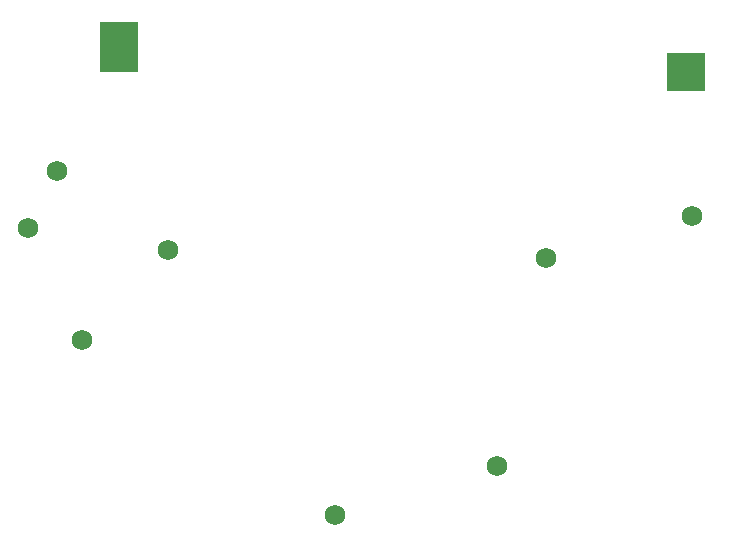
<source format=gbs>
G04 Layer: BottomSolderMaskLayer*
G04 EasyEDA v6.4.25, 2021-09-17T16:21:59--7:00*
G04 8dbd8d05a4bf401dbff3891acb08e7ed,1286d1f709c949e68cfeef46812bcf49,10*
G04 Gerber Generator version 0.2*
G04 Scale: 100 percent, Rotated: No, Reflected: No *
G04 Dimensions in millimeters *
G04 leading zeros omitted , absolute positions ,4 integer and 5 decimal *
%FSLAX45Y45*%
%MOMM*%

%ADD26C,1.7272*%

%LPD*%
D26*
G01*
X8252053Y927201D03*
G01*
X9626295Y1343456D03*
G01*
X10042245Y3105505D03*
G01*
X11281181Y3458286D03*
G01*
X6112662Y2412187D03*
G01*
X6844182Y3166567D03*
G01*
X5652922Y3357067D03*
G01*
X5904382Y3837127D03*
G36*
X11063731Y4515865D02*
G01*
X11063731Y4836160D01*
X11384025Y4836160D01*
X11384025Y4515865D01*
G37*
G36*
X6268720Y4676902D02*
G01*
X6268720Y5097271D01*
X6589268Y5097271D01*
X6589268Y4676902D01*
G37*
M02*

</source>
